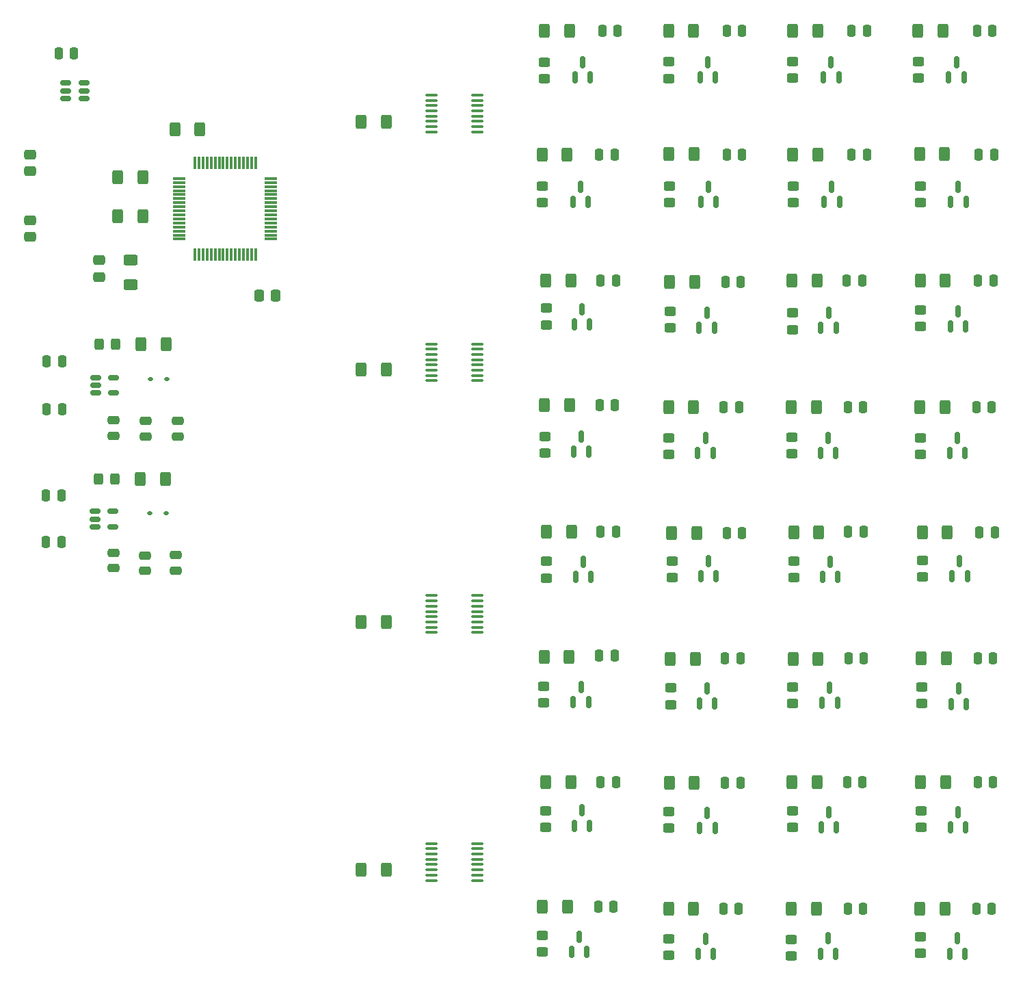
<source format=gbr>
G04 #@! TF.GenerationSoftware,KiCad,Pcbnew,7.0.6*
G04 #@! TF.CreationDate,2024-04-22T15:15:48+03:00*
G04 #@! TF.ProjectId,sensor_current_stand,73656e73-6f72-45f6-9375-7272656e745f,rev?*
G04 #@! TF.SameCoordinates,Original*
G04 #@! TF.FileFunction,Paste,Top*
G04 #@! TF.FilePolarity,Positive*
%FSLAX46Y46*%
G04 Gerber Fmt 4.6, Leading zero omitted, Abs format (unit mm)*
G04 Created by KiCad (PCBNEW 7.0.6) date 2024-04-22 15:15:48*
%MOMM*%
%LPD*%
G01*
G04 APERTURE LIST*
G04 Aperture macros list*
%AMRoundRect*
0 Rectangle with rounded corners*
0 $1 Rounding radius*
0 $2 $3 $4 $5 $6 $7 $8 $9 X,Y pos of 4 corners*
0 Add a 4 corners polygon primitive as box body*
4,1,4,$2,$3,$4,$5,$6,$7,$8,$9,$2,$3,0*
0 Add four circle primitives for the rounded corners*
1,1,$1+$1,$2,$3*
1,1,$1+$1,$4,$5*
1,1,$1+$1,$6,$7*
1,1,$1+$1,$8,$9*
0 Add four rect primitives between the rounded corners*
20,1,$1+$1,$2,$3,$4,$5,0*
20,1,$1+$1,$4,$5,$6,$7,0*
20,1,$1+$1,$6,$7,$8,$9,0*
20,1,$1+$1,$8,$9,$2,$3,0*%
G04 Aperture macros list end*
%ADD10RoundRect,0.250000X0.250000X0.475000X-0.250000X0.475000X-0.250000X-0.475000X0.250000X-0.475000X0*%
%ADD11RoundRect,0.250000X-0.475000X0.250000X-0.475000X-0.250000X0.475000X-0.250000X0.475000X0.250000X0*%
%ADD12RoundRect,0.250000X0.337500X0.475000X-0.337500X0.475000X-0.337500X-0.475000X0.337500X-0.475000X0*%
%ADD13RoundRect,0.150000X0.150000X-0.587500X0.150000X0.587500X-0.150000X0.587500X-0.150000X-0.587500X0*%
%ADD14RoundRect,0.112500X0.187500X0.112500X-0.187500X0.112500X-0.187500X-0.112500X0.187500X-0.112500X0*%
%ADD15RoundRect,0.250000X-0.400000X-0.625000X0.400000X-0.625000X0.400000X0.625000X-0.400000X0.625000X0*%
%ADD16RoundRect,0.250000X0.450000X-0.325000X0.450000X0.325000X-0.450000X0.325000X-0.450000X-0.325000X0*%
%ADD17RoundRect,0.150000X-0.512500X-0.150000X0.512500X-0.150000X0.512500X0.150000X-0.512500X0.150000X0*%
%ADD18RoundRect,0.250000X-0.325000X-0.450000X0.325000X-0.450000X0.325000X0.450000X-0.325000X0.450000X0*%
%ADD19RoundRect,0.100000X-0.637500X-0.100000X0.637500X-0.100000X0.637500X0.100000X-0.637500X0.100000X0*%
%ADD20RoundRect,0.250000X0.475000X-0.337500X0.475000X0.337500X-0.475000X0.337500X-0.475000X-0.337500X0*%
%ADD21RoundRect,0.250000X0.400000X0.625000X-0.400000X0.625000X-0.400000X-0.625000X0.400000X-0.625000X0*%
%ADD22RoundRect,0.250000X0.625000X-0.400000X0.625000X0.400000X-0.625000X0.400000X-0.625000X-0.400000X0*%
%ADD23RoundRect,0.250000X-0.475000X0.337500X-0.475000X-0.337500X0.475000X-0.337500X0.475000X0.337500X0*%
%ADD24RoundRect,0.075000X-0.700000X-0.075000X0.700000X-0.075000X0.700000X0.075000X-0.700000X0.075000X0*%
%ADD25RoundRect,0.075000X-0.075000X-0.700000X0.075000X-0.700000X0.075000X0.700000X-0.075000X0.700000X0*%
G04 APERTURE END LIST*
D10*
X194650000Y-129400000D03*
X192750000Y-129400000D03*
X163350000Y-129500000D03*
X161450000Y-129500000D03*
X163150000Y-145100000D03*
X161250000Y-145100000D03*
X178450000Y-129400000D03*
X176550000Y-129400000D03*
X194450000Y-145100000D03*
X192550000Y-145100000D03*
X147950000Y-129400000D03*
X146050000Y-129400000D03*
X147650000Y-144800000D03*
X145750000Y-144800000D03*
X163350000Y-114100000D03*
X161450000Y-114100000D03*
X178575000Y-98400000D03*
X176675000Y-98400000D03*
X194850000Y-98500000D03*
X192950000Y-98500000D03*
X147950000Y-98425000D03*
X146050000Y-98425000D03*
X194650000Y-114100000D03*
X192750000Y-114100000D03*
X163550000Y-98600000D03*
X161650000Y-98600000D03*
X178650000Y-114100000D03*
X176750000Y-114100000D03*
X147750000Y-113800000D03*
X145850000Y-113800000D03*
X178433332Y-67400000D03*
X176533332Y-67400000D03*
X147950000Y-67400000D03*
X146050000Y-67400000D03*
X163366666Y-67500000D03*
X161466666Y-67500000D03*
X147800000Y-82800000D03*
X145900000Y-82800000D03*
X163166666Y-83050000D03*
X161266666Y-83050000D03*
X194450000Y-83050000D03*
X192550000Y-83050000D03*
X178533332Y-83050000D03*
X176633332Y-83050000D03*
X194675000Y-67400000D03*
X192775000Y-67400000D03*
X194775000Y-51825000D03*
X192875000Y-51825000D03*
X179008332Y-51825000D03*
X177108332Y-51825000D03*
X163541666Y-51825000D03*
X161641666Y-51825000D03*
X147775000Y-51825000D03*
X145875000Y-51825000D03*
X194525000Y-36455000D03*
X192625000Y-36455000D03*
X179008332Y-36455000D03*
X177108332Y-36455000D03*
X163541666Y-36455000D03*
X161641666Y-36455000D03*
X148150000Y-36455000D03*
X146250000Y-36455000D03*
X79257842Y-93982842D03*
X77357842Y-93982842D03*
D11*
X93400000Y-101350000D03*
X93400000Y-103250000D03*
X89617158Y-101392158D03*
X89617158Y-103292158D03*
X85700000Y-101050000D03*
X85700000Y-102950000D03*
D10*
X79257842Y-99682842D03*
X77357842Y-99682842D03*
X79342157Y-77382842D03*
X77442157Y-77382842D03*
D11*
X93667157Y-84732842D03*
X93667157Y-86632842D03*
X89667157Y-84732842D03*
X89667157Y-86632842D03*
X85767157Y-84657842D03*
X85767157Y-86557842D03*
D10*
X79342157Y-83282842D03*
X77442157Y-83282842D03*
X80850000Y-39282842D03*
X78950000Y-39282842D03*
X178550000Y-145100000D03*
X176650000Y-145100000D03*
D12*
X105837500Y-69200000D03*
X103762500Y-69200000D03*
D13*
X158246666Y-73197500D03*
X160146666Y-73197500D03*
X159196666Y-71322500D03*
D14*
X90182842Y-96132842D03*
X92282842Y-96132842D03*
D15*
X169833332Y-36425000D03*
X172933332Y-36425000D03*
X154850000Y-98600000D03*
X157950000Y-98600000D03*
X154496666Y-51725000D03*
X157596666Y-51725000D03*
D16*
X170000000Y-104125000D03*
X170000000Y-102075000D03*
X169600000Y-150925000D03*
X169600000Y-148875000D03*
D13*
X189375000Y-57637500D03*
X191275000Y-57637500D03*
X190325000Y-55762500D03*
X189450000Y-119737500D03*
X191350000Y-119737500D03*
X190400000Y-117862500D03*
X158341666Y-42200000D03*
X160241666Y-42200000D03*
X159291666Y-40325000D03*
X158441666Y-57637500D03*
X160341666Y-57637500D03*
X159391666Y-55762500D03*
D17*
X85682842Y-95932842D03*
X85682842Y-97832842D03*
X83407842Y-97832842D03*
X83407842Y-96882842D03*
X83407842Y-95932842D03*
D13*
X142650000Y-119537500D03*
X144550000Y-119537500D03*
X143600000Y-117662500D03*
D15*
X185750000Y-114100000D03*
X188850000Y-114100000D03*
X92132842Y-91882842D03*
X89032842Y-91882842D03*
X154566666Y-67500000D03*
X157666666Y-67500000D03*
D13*
X158300000Y-135100000D03*
X160200000Y-135100000D03*
X159250000Y-133225000D03*
X189150000Y-42200000D03*
X191050000Y-42200000D03*
X190100000Y-40325000D03*
X189350000Y-135037500D03*
X191250000Y-135037500D03*
X190300000Y-133162500D03*
D16*
X185900000Y-104025000D03*
X185900000Y-101975000D03*
D13*
X142685000Y-88532500D03*
X144585000Y-88532500D03*
X143635000Y-86657500D03*
D16*
X139125000Y-88725000D03*
X139125000Y-86675000D03*
X138800000Y-150425000D03*
X138800000Y-148375000D03*
X169683332Y-88775000D03*
X169683332Y-86725000D03*
D18*
X85907842Y-91882842D03*
X83857842Y-91882842D03*
D15*
X139250000Y-129400000D03*
X142350000Y-129400000D03*
X169733332Y-67400000D03*
X172833332Y-67400000D03*
D13*
X189250000Y-150637500D03*
X191150000Y-150637500D03*
X190200000Y-148762500D03*
D16*
X139300000Y-104150000D03*
X139300000Y-102100000D03*
X185625000Y-57750000D03*
X185625000Y-55700000D03*
D15*
X154441666Y-36425000D03*
X157541666Y-36425000D03*
D19*
X125088541Y-106350000D03*
X125088541Y-107000000D03*
X125088541Y-107650000D03*
X125088541Y-108300000D03*
X125088541Y-108950000D03*
X125088541Y-109600000D03*
X125088541Y-110250000D03*
X125088541Y-110900000D03*
X130813541Y-110900000D03*
X130813541Y-110250000D03*
X130813541Y-109600000D03*
X130813541Y-108950000D03*
X130813541Y-108300000D03*
X130813541Y-107650000D03*
X130813541Y-107000000D03*
X130813541Y-106350000D03*
D13*
X173500000Y-104000000D03*
X175400000Y-104000000D03*
X174450000Y-102125000D03*
X142450000Y-150437500D03*
X144350000Y-150437500D03*
X143400000Y-148562500D03*
X173450000Y-119637500D03*
X175350000Y-119637500D03*
X174400000Y-117762500D03*
X173633332Y-42200000D03*
X175533332Y-42200000D03*
X174583332Y-40325000D03*
X173350000Y-135037500D03*
X175250000Y-135037500D03*
X174300000Y-133162500D03*
X158066666Y-88725000D03*
X159966666Y-88725000D03*
X159016666Y-86850000D03*
D16*
X154900000Y-104125000D03*
X154900000Y-102075000D03*
D15*
X154650000Y-114200000D03*
X157750000Y-114200000D03*
D13*
X189550000Y-103937500D03*
X191450000Y-103937500D03*
X190500000Y-102062500D03*
D20*
X83982842Y-66920342D03*
X83982842Y-64845342D03*
D15*
X116401041Y-47700000D03*
X119501041Y-47700000D03*
X169650000Y-145100000D03*
X172750000Y-145100000D03*
D20*
X75417157Y-61957842D03*
X75417157Y-59882842D03*
D16*
X154500000Y-135125000D03*
X154500000Y-133075000D03*
D15*
X169950000Y-98500000D03*
X173050000Y-98500000D03*
D13*
X142600000Y-57637500D03*
X144500000Y-57637500D03*
X143550000Y-55762500D03*
D15*
X154550000Y-129500000D03*
X157650000Y-129500000D03*
D13*
X142800000Y-72782500D03*
X144700000Y-72782500D03*
X143750000Y-70907500D03*
D21*
X96417157Y-48682842D03*
X93317157Y-48682842D03*
D13*
X173708332Y-57637500D03*
X175608332Y-57637500D03*
X174658332Y-55762500D03*
D17*
X79792157Y-42932842D03*
X79792157Y-43882842D03*
X79792157Y-44832842D03*
X82067157Y-44832842D03*
X82067157Y-43882842D03*
X82067157Y-42932842D03*
D16*
X169783332Y-73425000D03*
X169783332Y-71375000D03*
D15*
X169813332Y-51825000D03*
X172913332Y-51825000D03*
D16*
X154700000Y-119825000D03*
X154700000Y-117775000D03*
X185700000Y-135025000D03*
X185700000Y-132975000D03*
X154491666Y-42350000D03*
X154491666Y-40300000D03*
D13*
X142947500Y-104062500D03*
X144847500Y-104062500D03*
X143897500Y-102187500D03*
D15*
X139050000Y-113900000D03*
X142150000Y-113900000D03*
D14*
X92367157Y-79582842D03*
X90267157Y-79582842D03*
D13*
X173313332Y-73177500D03*
X175213332Y-73177500D03*
X174263332Y-71302500D03*
D16*
X139300000Y-72825000D03*
X139300000Y-70775000D03*
X154516666Y-88875000D03*
X154516666Y-86825000D03*
D13*
X158250000Y-119675000D03*
X160150000Y-119675000D03*
X159200000Y-117800000D03*
D16*
X169800000Y-119725000D03*
X169800000Y-117675000D03*
D22*
X87867157Y-67882842D03*
X87867157Y-64782842D03*
D19*
X125088541Y-137025000D03*
X125088541Y-137675000D03*
X125088541Y-138325000D03*
X125088541Y-138975000D03*
X125088541Y-139625000D03*
X125088541Y-140275000D03*
X125088541Y-140925000D03*
X125088541Y-141575000D03*
X130813541Y-141575000D03*
X130813541Y-140925000D03*
X130813541Y-140275000D03*
X130813541Y-139625000D03*
X130813541Y-138975000D03*
X130813541Y-138325000D03*
X130813541Y-137675000D03*
X130813541Y-137025000D03*
D16*
X138850000Y-57750000D03*
X138850000Y-55700000D03*
D15*
X185550000Y-83050000D03*
X188650000Y-83050000D03*
X169633332Y-83050000D03*
X172733332Y-83050000D03*
D16*
X185600000Y-150625000D03*
X185600000Y-148575000D03*
D15*
X185530000Y-51725000D03*
X188630000Y-51725000D03*
X116401041Y-109600000D03*
X119501041Y-109600000D03*
X139250000Y-67400000D03*
X142350000Y-67400000D03*
D16*
X185600000Y-73050000D03*
X185600000Y-71000000D03*
D21*
X89367157Y-54582842D03*
X86267157Y-54582842D03*
D15*
X185300000Y-36425000D03*
X188400000Y-36425000D03*
D16*
X154500000Y-150825000D03*
X154500000Y-148775000D03*
D13*
X189350000Y-73037500D03*
X191250000Y-73037500D03*
X190300000Y-71162500D03*
X158450000Y-103975000D03*
X160350000Y-103975000D03*
X159400000Y-102100000D03*
D15*
X185600000Y-67400000D03*
X188700000Y-67400000D03*
X154466666Y-83050000D03*
X157566666Y-83050000D03*
X138800000Y-51825000D03*
X141900000Y-51825000D03*
D16*
X185400000Y-42312500D03*
X185400000Y-40262500D03*
X154616666Y-73225000D03*
X154616666Y-71175000D03*
D13*
X142850000Y-42200000D03*
X144750000Y-42200000D03*
X143800000Y-40325000D03*
D16*
X169908332Y-57750000D03*
X169908332Y-55700000D03*
D19*
X125088541Y-75200000D03*
X125088541Y-75850000D03*
X125088541Y-76500000D03*
X125088541Y-77150000D03*
X125088541Y-77800000D03*
X125088541Y-78450000D03*
X125088541Y-79100000D03*
X125088541Y-79750000D03*
X130813541Y-79750000D03*
X130813541Y-79100000D03*
X130813541Y-78450000D03*
X130813541Y-77800000D03*
X130813541Y-77150000D03*
X130813541Y-76500000D03*
X130813541Y-75850000D03*
X130813541Y-75200000D03*
D16*
X185800000Y-119725000D03*
X185800000Y-117675000D03*
X185600000Y-88850000D03*
X185600000Y-86800000D03*
D15*
X185550000Y-145100000D03*
X188650000Y-145100000D03*
X116401041Y-140300000D03*
X119501041Y-140300000D03*
D19*
X125088541Y-44425000D03*
X125088541Y-45075000D03*
X125088541Y-45725000D03*
X125088541Y-46375000D03*
X125088541Y-47025000D03*
X125088541Y-47675000D03*
X125088541Y-48325000D03*
X125088541Y-48975000D03*
X130813541Y-48975000D03*
X130813541Y-48325000D03*
X130813541Y-47675000D03*
X130813541Y-47025000D03*
X130813541Y-46375000D03*
X130813541Y-45725000D03*
X130813541Y-45075000D03*
X130813541Y-44425000D03*
D17*
X83492157Y-79382842D03*
X83492157Y-80332842D03*
X83492157Y-81282842D03*
X85767157Y-81282842D03*
X85767157Y-79382842D03*
D16*
X169833332Y-42312500D03*
X169833332Y-40262500D03*
D13*
X173273332Y-88712500D03*
X175173332Y-88712500D03*
X174223332Y-86837500D03*
D21*
X89367157Y-59382842D03*
X86267157Y-59382842D03*
D16*
X139100000Y-42387500D03*
X139100000Y-40337500D03*
X169800000Y-135025000D03*
X169800000Y-132975000D03*
D15*
X185650000Y-129400000D03*
X188750000Y-129400000D03*
D16*
X139200000Y-135025000D03*
X139200000Y-132975000D03*
D23*
X75417157Y-51742842D03*
X75417157Y-53817842D03*
D24*
X93892157Y-54732842D03*
X93892157Y-55232842D03*
X93892157Y-55732842D03*
X93892157Y-56232842D03*
X93892157Y-56732842D03*
X93892157Y-57232842D03*
X93892157Y-57732842D03*
X93892157Y-58232842D03*
X93892157Y-58732842D03*
X93892157Y-59232842D03*
X93892157Y-59732842D03*
X93892157Y-60232842D03*
X93892157Y-60732842D03*
X93892157Y-61232842D03*
X93892157Y-61732842D03*
X93892157Y-62232842D03*
D25*
X95817157Y-64157842D03*
X96317157Y-64157842D03*
X96817157Y-64157842D03*
X97317157Y-64157842D03*
X97817157Y-64157842D03*
X98317157Y-64157842D03*
X98817157Y-64157842D03*
X99317157Y-64157842D03*
X99817157Y-64157842D03*
X100317157Y-64157842D03*
X100817157Y-64157842D03*
X101317157Y-64157842D03*
X101817157Y-64157842D03*
X102317157Y-64157842D03*
X102817157Y-64157842D03*
X103317157Y-64157842D03*
D24*
X105242157Y-62232842D03*
X105242157Y-61732842D03*
X105242157Y-61232842D03*
X105242157Y-60732842D03*
X105242157Y-60232842D03*
X105242157Y-59732842D03*
X105242157Y-59232842D03*
X105242157Y-58732842D03*
X105242157Y-58232842D03*
X105242157Y-57732842D03*
X105242157Y-57232842D03*
X105242157Y-56732842D03*
X105242157Y-56232842D03*
X105242157Y-55732842D03*
X105242157Y-55232842D03*
X105242157Y-54732842D03*
D25*
X103317157Y-52807842D03*
X102817157Y-52807842D03*
X102317157Y-52807842D03*
X101817157Y-52807842D03*
X101317157Y-52807842D03*
X100817157Y-52807842D03*
X100317157Y-52807842D03*
X99817157Y-52807842D03*
X99317157Y-52807842D03*
X98817157Y-52807842D03*
X98317157Y-52807842D03*
X97817157Y-52807842D03*
X97317157Y-52807842D03*
X96817157Y-52807842D03*
X96317157Y-52807842D03*
X95817157Y-52807842D03*
D13*
X158100000Y-150700000D03*
X160000000Y-150700000D03*
X159050000Y-148825000D03*
D15*
X154450000Y-145100000D03*
X157550000Y-145100000D03*
D13*
X142800000Y-134800000D03*
X144700000Y-134800000D03*
X143750000Y-132925000D03*
D16*
X139000000Y-119625000D03*
X139000000Y-117575000D03*
X154591666Y-57750000D03*
X154591666Y-55700000D03*
D15*
X116401041Y-78400000D03*
X119501041Y-78400000D03*
X139100000Y-36425000D03*
X142200000Y-36425000D03*
X169750000Y-129400000D03*
X172850000Y-129400000D03*
X138850000Y-144800000D03*
X141950000Y-144800000D03*
X89117157Y-75232842D03*
X92217157Y-75232842D03*
X139350000Y-98425000D03*
X142450000Y-98425000D03*
D13*
X189250000Y-88725000D03*
X191150000Y-88725000D03*
X190200000Y-86850000D03*
D15*
X185850000Y-98500000D03*
X188950000Y-98500000D03*
X169850000Y-114200000D03*
X172950000Y-114200000D03*
X139075000Y-82800000D03*
X142175000Y-82800000D03*
D13*
X173250000Y-150637500D03*
X175150000Y-150637500D03*
X174200000Y-148762500D03*
D18*
X83942157Y-75232842D03*
X85992157Y-75232842D03*
M02*

</source>
